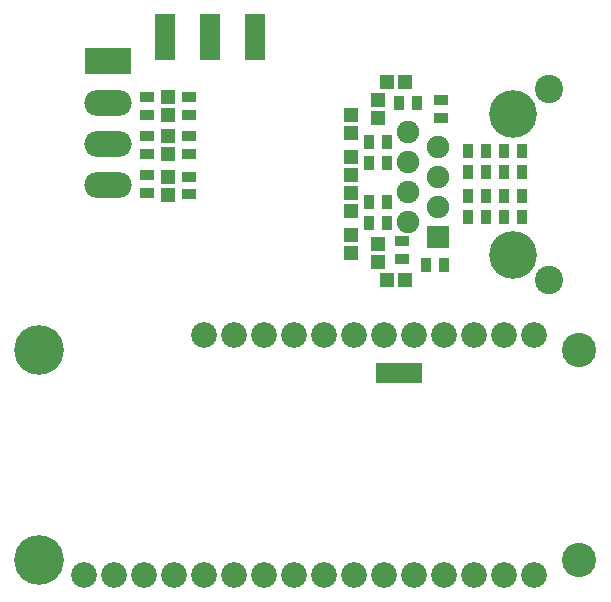
<source format=gbs>
G04 #@! TF.GenerationSoftware,KiCad,Pcbnew,(2017-06-19 revision 6733101c6)-makepkg*
G04 #@! TF.CreationDate,2017-08-21T23:10:13+09:30*
G04 #@! TF.ProjectId,ATM90E3x_fw,41544D39304533785F66772E6B696361,rev?*
G04 #@! TF.SameCoordinates,Original
G04 #@! TF.FileFunction,Soldermask,Bot*
G04 #@! TF.FilePolarity,Negative*
%FSLAX46Y46*%
G04 Gerber Fmt 4.6, Leading zero omitted, Abs format (unit mm)*
G04 Created by KiCad (PCBNEW (2017-06-19 revision 6733101c6)-makepkg) date 08/21/17 23:10:13*
%MOMM*%
%LPD*%
G01*
G04 APERTURE LIST*
%ADD10C,0.100000*%
%ADD11O,4.000000X2.200000*%
%ADD12R,4.000000X2.200000*%
%ADD13R,1.670000X1.370000*%
%ADD14C,2.400000*%
%ADD15C,4.050000*%
%ADD16R,1.900000X1.900000*%
%ADD17C,1.900000*%
%ADD18R,0.900000X1.300000*%
%ADD19R,1.370000X1.670000*%
%ADD20C,2.178000*%
%ADD21C,4.210000*%
%ADD22C,2.899360*%
%ADD23R,1.150000X1.200000*%
%ADD24R,1.200000X1.150000*%
%ADD25R,1.300000X0.900000*%
G04 APERTURE END LIST*
D10*
D11*
X115316000Y-57236000D03*
X115316000Y-53736000D03*
X115316000Y-50236000D03*
D12*
X115316000Y-46736000D03*
D13*
X120142000Y-45974000D03*
X120142000Y-44704000D03*
X120142000Y-43434000D03*
X127762000Y-45974000D03*
X127762000Y-44704000D03*
X127762000Y-43434000D03*
X123952000Y-45974000D03*
X123952000Y-44704000D03*
X123952000Y-43434000D03*
D14*
X152656000Y-65279000D03*
X152656000Y-49089000D03*
D15*
X149606000Y-51249000D03*
X149606000Y-63119000D03*
D16*
X143256000Y-61629000D03*
D17*
X140716000Y-60359000D03*
X143256000Y-59089000D03*
X140716000Y-57819000D03*
X143256000Y-56549000D03*
X140716000Y-55279000D03*
X143256000Y-54009000D03*
X140716000Y-52739000D03*
D18*
X137426000Y-55372000D03*
X138926000Y-55372000D03*
D19*
X138684000Y-73152000D03*
X139954000Y-73152000D03*
X141224000Y-73152000D03*
D20*
X113335000Y-90220800D03*
X115875000Y-90220800D03*
X118415000Y-90220800D03*
X120955000Y-90220800D03*
X123495000Y-90220800D03*
X126035000Y-90220800D03*
X128575000Y-90220800D03*
X131115000Y-90220800D03*
X133655000Y-90220800D03*
X136195000Y-90220800D03*
X138735000Y-90220800D03*
X141275000Y-90220800D03*
X143815000Y-90220800D03*
X146355000Y-90220800D03*
X148895000Y-90220800D03*
X151435000Y-90220800D03*
X151435000Y-69900800D03*
X148895000Y-69900800D03*
X146355000Y-69900800D03*
X143815000Y-69900800D03*
X141275000Y-69900800D03*
X138735000Y-69900800D03*
X136195000Y-69900800D03*
X133655000Y-69900800D03*
X131115000Y-69900800D03*
X128575000Y-69900800D03*
X126035000Y-69900800D03*
X123495000Y-69900800D03*
D21*
X109525000Y-71170800D03*
X109525000Y-88950800D03*
D22*
X155245000Y-71170800D03*
X155245000Y-88950800D03*
D23*
X120396000Y-49784000D03*
X120396000Y-51284000D03*
D24*
X140450000Y-48514000D03*
X138950000Y-48514000D03*
D23*
X138176000Y-63742000D03*
X138176000Y-62242000D03*
D24*
X140450000Y-65278000D03*
X138950000Y-65278000D03*
D23*
X135890000Y-56376000D03*
X135890000Y-54876000D03*
X135890000Y-52820000D03*
X135890000Y-51320000D03*
X120396000Y-56539000D03*
X120396000Y-58039000D03*
X120396000Y-53086000D03*
X120396000Y-54586000D03*
X135890000Y-62980000D03*
X135890000Y-61480000D03*
X135890000Y-59424000D03*
X135890000Y-57924000D03*
X138176000Y-50050000D03*
X138176000Y-51550000D03*
D18*
X137426000Y-60452000D03*
X138926000Y-60452000D03*
X137426000Y-58674000D03*
X138926000Y-58674000D03*
X139966000Y-50292000D03*
X141466000Y-50292000D03*
D25*
X118618000Y-51284000D03*
X118618000Y-49784000D03*
X122174000Y-49784000D03*
X122174000Y-51284000D03*
D18*
X145820000Y-54356000D03*
X147320000Y-54356000D03*
D25*
X143510000Y-50050000D03*
X143510000Y-51550000D03*
D18*
X148844000Y-54356000D03*
X150344000Y-54356000D03*
D25*
X118618000Y-57900000D03*
X118618000Y-56400000D03*
D18*
X145820000Y-58166000D03*
X147320000Y-58166000D03*
D25*
X122174000Y-56515000D03*
X122174000Y-58015000D03*
X118618000Y-54586000D03*
X118618000Y-53086000D03*
X122174000Y-53086000D03*
X122174000Y-54586000D03*
D18*
X148844000Y-58166000D03*
X150344000Y-58166000D03*
X137426000Y-53594000D03*
X138926000Y-53594000D03*
X148868000Y-59944000D03*
X150368000Y-59944000D03*
X145820000Y-59944000D03*
X147320000Y-59944000D03*
X148868000Y-56134000D03*
X150368000Y-56134000D03*
X145820000Y-56134000D03*
X147320000Y-56134000D03*
X142252000Y-64008000D03*
X143752000Y-64008000D03*
D25*
X140208000Y-63488000D03*
X140208000Y-61988000D03*
M02*

</source>
